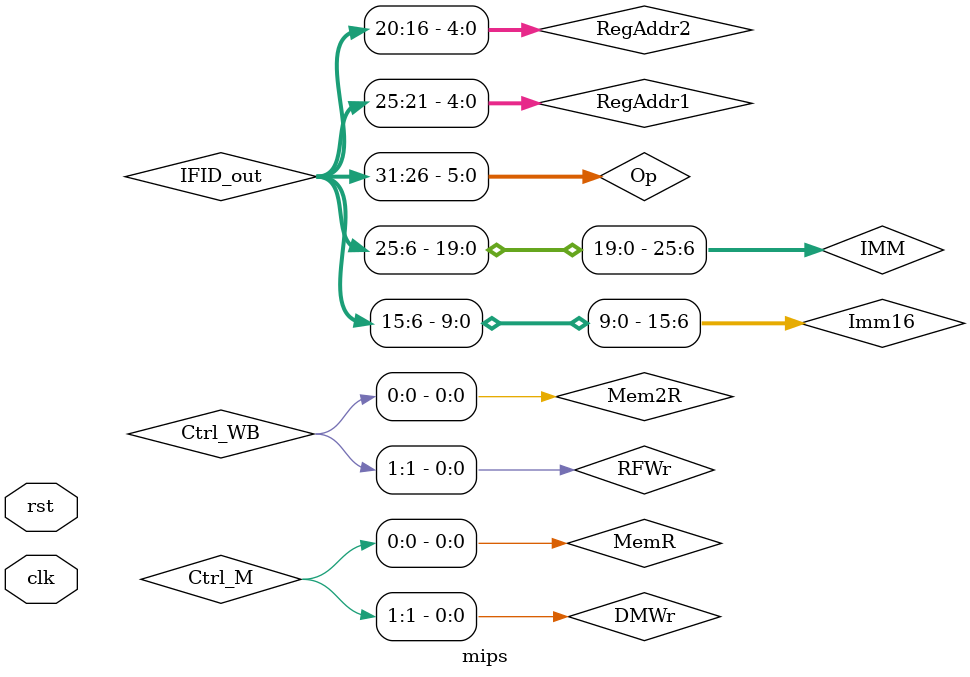
<source format=v>
module mips( clk, rst );
   input   clk;
   input   rst;
   
   //pc
   wire [31:0] PC_out;  
   wire        PCBra;
   
   
   //im
   wire [4:0]  imAdr;
   wire [31:0] opCode;
   wire [25:0] IMM;
   
   //ifid
   wire[63:0] IFID_in;
   wire[63:0] IFID_out;
   wire       rstIFID;
   wire       IFIDwr;
  ///////////////////////
   
   //RF
   wire [4:0] RegAddr1,RegAddr2,RegWAddr;
	 wire [31:0] RD1,RD2;
	 wire 		Zero;
	 //Extender

	wire [15:0] Imm16;
	wire [31:0] extDataOut;
	
	//IDEX
  wire        IDEXrst;
  wire  [1:0] Ctrl_WB; // regwr m2r
  wire  [1:0] Ctrl_M;  //memw memr  
   wire [1:0] IDEX_M;
   wire [1:0] IDEX_WB;
   wire [5:0] IDEX_ALUOp;
   wire       IDEX_Alusrc;
   wire       IDEX_RegDst_out;
   wire [31:0]IDEX_RD1out;
   wire [31:0]IDEX_RD2out;
   wire [4:0] IDEX_Rs;
   wire [4:0] IDEX_Rt;
   wire [4:0] IDEX_Rd;
   wire       IDEXWr;
   wire [31:0] IDEX_extout;
   
  //ALU
   wire [31:0] aluIn1;
  	wire [31:0] aluIn2;
	 wire [31:0]	aluOut;
	 
	
	//EXMEM
	 wire  EXMEM_M2R;
   wire  EXMEM_RegWr;
   wire  [31:0] EXMEM_aluout;
   wire  [31:0] MEMData;
   wire  [4:0]  EXMEM_Rd;
   wire  EXMEM_MemWr;
   wire  EXMEM_MemR;
   wire  [4:0] EXMEM_Rd_in;
   
	//DM
	 	wire [4:0]  dmDataAdr;
	  wire [31:0] dmDataOut;
	  
	//MEMWB
	 wire           MEMWB_M2R; 
	 wire           MEMWB_RegWr;
	 wire    [31:0] MEMData_out;
	 wire    [31:0] MEMWB_ALUOut_out;
	 wire    [4:0]  MEMWB_Rd;
	 wire    [31:0] MEMWBdataout;
  	
  	//ctrl
 	wire [5:0]		Op;
	wire [5:0]		Funct;
  wire  jump;						
	wire  RegDst;				
	wire  Branch;						
	wire  MemR;						
	wire  Mem2R;						
	wire  MemWr;			
	wire  DMWr;			
	wire  RFWr;						
	wire  Alusrc;				
	wire  [1:0] EXTOp;						
	wire  [4:0] ALUOp;	
	
	//forwarding
	wire  [1:0]ForwardA;
	wire  [1:0]ForwardB;
	wire  [1:0]BForwardA;
	wire  [1:0]BForwardB;
   


   
   //assign PC_in=((PCWr||jump)==1))?extDataOut:PC;
   
  // PC U_PC (
   //   .clk(clk), .rst(rst), .PCWr(PCWr), .NPC(extDataOut), .PC(PCOut),.jump(jump),.IMM(IMM)
  // );
  
 PC U_PC( 
 .clk(clk), .rst(rst), .PCBra(PCBra), .PC(PC_out) ,.jump(jump),.IMM(IMM),.PCnew(extDataOut),.PCWr(PCWr)  ); 
   
//   wire   PC;  //in ifid
 //  assign PC4=PCout+4;
  assign PCBra = ((Branch&&Zero)==1)?1:0;
 //always @(posedge clk or posedge rst) begin
 // assign PCBra = ((Branch&&Zero)==1)?1:0;

 /* if(PCBra==1) assign PCSrc=01;
  else if(jump==1) assign PCSrc=10;
   else  assign PCSrc=00; */
 // assign PCSrc=(PCBra==1)?2'b01:((jump==1)?2'b10:2'b00);
  
//integer i;
//reg [31:0] temp;

//assign PC4=PCout+4;

                 //branch
/*always @(posedge clk or posedge rst) begin

          temp={extDataOut[31:2],2'b00};
          
          PCBranch=PCout+temp;
 //      end
       
          PCjump={PCout[31:28],IMM,2'b00};
 end
 */
/*mux4 #(32)  U_MUX4_PCSrc(                                             
        .d0(PC4), .d1(PCBranch), .d2(PCjump), .d3(0),
        .s(PCSrc[1:0]), .y(NPC));*/
        
        
//PC  U_PC( .clk(clk), .rst(rst), /*.PCSrc(PCSrc),*/ .PCout(PC_out) ,.NPC(NPC),.PCWr(PCWr));
   
   assign imAdr = PC_out[6:2];
   
   IM U_IM ( 
      .OpCode(opCode), .ImAdress(imAdr)
   );
   
   assign IFID_in[63:0]={PC_out[31:0],opCode[31:0]};
   
   //assign rstIFID=(PCWr||jump)?1:0;     //jump or branch? rstIFID 
   
   //********************************

   IFID U_IFID (
      .clk(clk), .rst(rst), .rstIFID(rstIFID), .IFIDWr(IFIDwr), .IFID_out(IFID_out), .IFID_in(IFID_in)
    );
   
   
   
   assign Op= IFID_out[31:26];
   assign Funct = IFID_out[5:0]; //for ctrl
   
   assign RegAddr1 = IFID_out[25:21];  //rs
   assign RegAddr2 = IFID_out[20:16];  //reg write data addr     beneth

   
   assign Imm16 = IFID_out[15:0];
   assign IMM = IFID_out[25:0];    //for jump
   

   wire rstEXMEM;
   
   Hazard U_Hazard ( .clk(clk),.IDEX_MemR(IDEX_M[0]),.IDEX_Rt(IDEX_Rt),.IFID_Rs(IFID_out[25:21]),
                     .IFID_Rt(IFID_out[20:16]),.Branch(Branch),.jump(jump),.Zero(Zero),
                     .IDEXWr(IDEXWr),.IFIDwr(IFIDwr),.rstIFID(rstIFID),.rstIDEX(IDEXrst),.PCWr(PCWr),.rstEXMEM(rstEXMEM));//,.EXMEM_MemR(EXMEM_MemR),.EXMEM_Rt(EXMEM_Rd)//allTwo_out),.StallTwo_in(StallTwo_in));
   
   
   
  Ctrl U_Ctrl(
        .jump(jump), .RegDst(RegDst), .Branch(Branch) , .MemR(MemR), .Mem2R(Mem2R), .MemW(DMWr),
        .RegW(RFWr), .Alusrc(Alusrc), .EXtOp(EXTOp), .ALUOp(ALUOp), .OpCode(Op), .Funct(Funct));
        
  
   assign Ctrl_WB={RFWr,Mem2R};
   assign Ctrl_M={DMWr,MemR};
	 
	 
   EXT U_EXT(
        .Imm16(Imm16), .EXTOp(EXTOp), .Imm32(extDataOut)
   );
   
   
    RF U_RF (
      .A1(RegAddr1), .A2(RegAddr2), .A3(RegWAddr), .WD(MEMWBdataout), .clk(clk), 
      .RFWr(MEMWB_RegWr), .RD1(RD1), .RD2(RD2)
   );
   
   wire [31:0] RD1forB;
   wire [31:0] RD2forB;
   
   mux4 #(32)  U_MUX4_RFA(                                             //forwardA branch
        .d0(RD1), .d1(aluOut), .d2(MEMWBdataout), .d3(0),
        .s(BForwardA[1:0]), .y(RD1forB));
        
   mux4 #(32)  U_MUX4_RFB(                                             //forwardB branch
        .d0(RD2), .d1(aluOut), .d2(MEMWBdataout), .d3(0),
 //.d0(RD2), .d1(aluOut), .d2(aluOut), .d3(0),
        .s(BForwardB[1:0]), .y(RD2forB));
      
   assign Zero=(RD1forB==RD2forB)?1:0;    // for branch
   
			
	
   IDEX U_IDEX (
          .clk(clk), .rst(rst), .IDEXrst(IDEXrst), .IDEXWr(IDEXWr), .Ctrl_WB(Ctrl_WB), .Ctrl_M(Ctrl_M), 
          .EXT_in(extDataOut),.IFID_Rs(IFID_out[25:21]) , .IFID_Rt(IFID_out[20:16]) , .IFID_Rd(IFID_out[15:11]), 
           .ALUOp_in(ALUOp),.Alusrc_in(Alusrc),.RegDst_in(RegDst),.RD1_in(RD1),.RD2_in(RD2), //in
           .IDEX_WB(IDEX_WB),.IDEX_M(IDEX_M),.ALUOp_out(IDEX_ALUOp),.Alusrc_out(IDEX_Alusrc),.RegDst_out(IDEX_RegDst_out),
           .IDEX_RD1out(IDEX_RD1out),.IDEX_RD2out(IDEX_RD2out),.EXT_out(IDEX_extout),.IDEX_Rs(IDEX_Rs),.IDEX_Rt(IDEX_Rt),.IDEX_Rd(IDEX_Rd)
           ) ;
               
 
  //  assign aluIn2 = (IDEX_Alusrc==1)?IDEX_extout:IDEX_RD2out;             //  r/branch alusrc=0
    //***********WITHOUT FORWARD!!! ******************
    //assign aluIn1 = IDEX_RD1 ???;
    
    mux4 #(32)  U_MUX4_ALUA(                                             //forwardA
        .d0(IDEX_RD1out), .d1(MEMWBdataout), .d2(EXMEM_aluout), .d3(0),
        .s(ForwardA[1:0]), .y(aluIn1));
        
    wire [31:0]TempAluin2;                                               //temp for alusrc in   ?????rd2 
    
    mux4 #(32)  U_MUX4_ALUB(                                             //forwardB
        .d0(IDEX_RD2out), .d1(MEMWBdataout), .d2(EXMEM_aluout), .d3(0),
        .s(ForwardB[1:0]), .y(TempAluin2));
        
    assign aluIn2 = (IDEX_Alusrc==1)?IDEX_extout:TempAluin2;            //
        
   alu U_alu(
        .A(aluIn1), .B(aluIn2), .ALUOp(IDEX_ALUOp), .C(aluOut)
   );
   
  assign EXMEM_Rd_in = (IDEX_RegDst_out==1)?IDEX_Rd:IDEX_Rt;    //r 1 or i 0?
  
  
  
  
     
   
   
   
   EXMEM U_EXMEM (
                .clk(clk), /*EXMEMrst, /*IDEXWr*/ .IDEX_WB(IDEX_WB), .IDEX_M(IDEX_M), .EXMEM_Rd_in(EXMEM_Rd_in) , 
                .ALUOut(aluOut), .RD2_in(TempAluin2),.rstEXMEM(rstEXMEM),
                .EXMEM_M2R(EXMEM_M2R),.EXMEM_RegWr(EXMEM_RegWr),.EXMEM_aluout(EXMEM_aluout), .MEMData(MEMData),
                .EXMEM_Rd(EXMEM_Rd),.MemWr(EXMEM_MemWr),.MemR(EXMEM_MemR)
                );
           
  assign dmDataAdr = EXMEM_aluout[6:2];

   
   dm_4k  U_DM( 
        .addr(dmDataAdr), .din(MEMData), .DMWr(EXMEM_MemWr), .clk(clk), .dout(dmDataOut) ,.MemR(EXMEM_MemR)
   );
   

   MEMWB U_MEMWB(
        .clk(clk),.rst(rst), .EXMEM_M2R(EXMEM_M2R), .EXMEM_RegWr(EXMEM_RegWr), .MEMData_in(dmDataOut),
        .ALUOut_in(EXMEM_aluout), .EXMEM_Rd(EXMEM_Rd),
        .M2R(MEMWB_M2R), .RegWr(MEMWB_RegWr),.MEMData_out(MEMData_out),.ALUOut_out(MEMWB_ALUOut_out),.MEMWB_Rd(MEMWB_Rd));
   
   assign MEMWBdataout=(MEMWB_M2R==1)?MEMData_out:MEMWB_ALUOut_out;
  // assign wd = (MEMWB_M2R==1)?MEMData_out:MEMWB_ALUOut_out;                //lw m2r=1
   assign RegWAddr=MEMWB_Rd;
   
   Forwarding U_Forwarding(
        .EXMEM_Rd(EXMEM_Rd),.MEMWB_Rd(MEMWB_Rd),.IDEX_Rs(IDEX_Rs),.IDEX_Rt(IDEX_Rt),
        .MEMWB_RegWr(MEMWB_RegWr),.EXMEM_RegWr(EXMEM_RegWr),.EXMEM_MemWr(EXMEM_MemWr),.Branch(Branch),.clk(clk),
        .ForwardA(ForwardA),.ForwardB(ForwardB),.BForwardA(BForwardA),.BForwardB(BForwardB)
                           );
                           
  
  

endmodule
</source>
